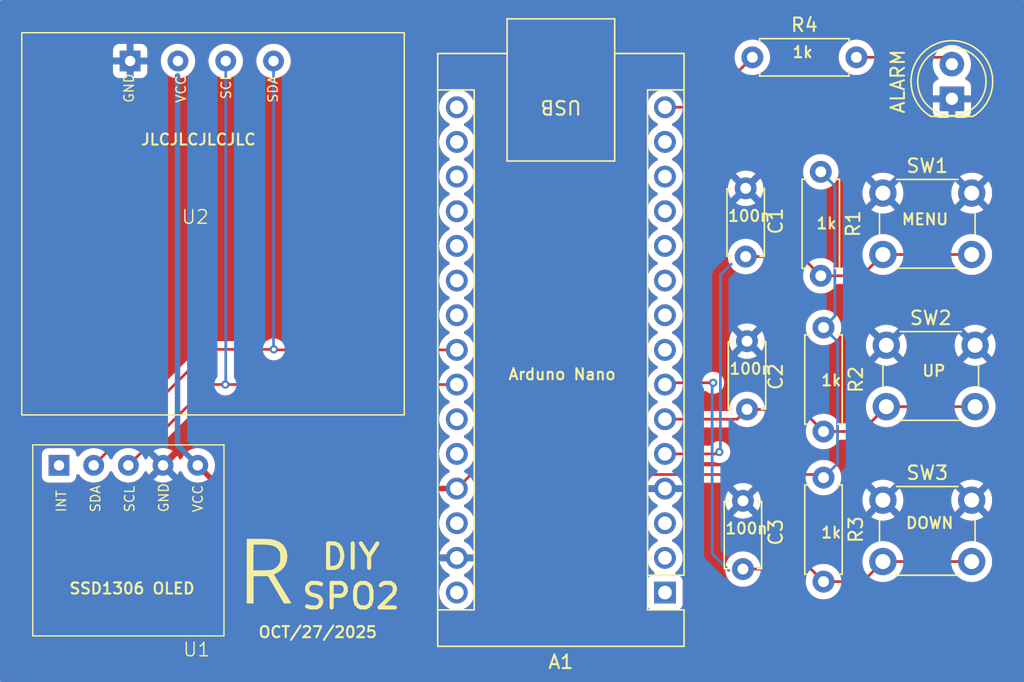
<source format=kicad_pcb>
(kicad_pcb (version 20240108) (generator "pcbnew") (generator_version "8.0")
  (layers (0 "F.Cu" signal "Front") (1 "In1.Cu" signal) (2 "In2.Cu" signal) (31 "B.Cu" signal "Back") (34 "B.Paste" user) (35 "F.Paste" user) (36 "B.SilkS" user "B.Silkscreen") (37 "F.SilkS" user "F.Silkscreen") (38 "B.Mask" user) (39 "F.Mask" user) (44 "Edge.Cuts" user))
  (net 0 "")
  (net 1 "Net-(A1-A4)")
  (net 4 "Net-(A1-D3)")
  (net 8 "+5V")
  (net 12 "Net-(A1-D4)")
  (net 14 "Net-(A1-A5)")
  (net 18 "GND")
  (net 24 "Net-(A1-D2)")
  (net 26 "Net-(A1-D12)")
  (net 30 "Net-(D1-A)")
  (footprint "Button_Switch_THT:SW_PUSH_6mm" (layer "F.Cu") (at 190.9 71.3)
    (property "Reference" "SW2" (at 3.25 -2 0) (layer "F.SilkS"))
    (property "Value" "SW_Push")
    (fp_line (start -0.25 1.5) (end -0.25 3) (stroke (width 0.12)) (layer "F.SilkS"))
    (fp_line (start 1 5.5) (end 5.5 5.5) (stroke (width 0.12)) (layer "F.SilkS"))
    (fp_line (start 5.5 -1) (end 1 -1) (stroke (width 0.12)) (layer "F.SilkS"))
    (fp_line (start 6.75 3) (end 6.75 1.5) (stroke (width 0.12)) (layer "F.SilkS"))
    (pad "1" thru_hole circle (at 0 0 90) (size 2 2) (drill 1.1) (layers "*.Cu" "*.Mask") (net 18 "GND"))
    (pad "1" thru_hole circle (at 6.5 0 90) (size 2 2) (drill 1.1) (layers "*.Cu" "*.Mask") (net 18 "GND"))
    (pad "2" thru_hole circle (at 0 4.5 90) (size 2 2) (drill 1.1) (layers "*.Cu" "*.Mask") (net 4 "Net-(A1-D3)"))
    (pad "2" thru_hole circle (at 6.5 4.5 90) (size 2 2) (drill 1.1) (layers "*.Cu" "*.Mask") (net 4 "Net-(A1-D3)"))
  )
  (footprint "Resistor_THT:R_Axial_DIN0207_L6.3mm_D2.5mm_P7.62mm_Horizontal" (layer "F.Cu") (at 181.09 50.2)
    (property "Reference" "R4" (at 3.81 -2.37 0) (layer "F.SilkS"))
    (property "Value" "1k")
    (fp_line (start 0.54 -1.37) (end 7.08 -1.37) (stroke (width 0.12)) (layer "F.SilkS"))
    (fp_line (start 0.54 -1.04) (end 0.54 -1.37) (stroke (width 0.12)) (layer "F.SilkS"))
    (fp_line (start 0.54 1.04) (end 0.54 1.37) (stroke (width 0.12)) (layer "F.SilkS"))
    (fp_line (start 0.54 1.37) (end 7.08 1.37) (stroke (width 0.12)) (layer "F.SilkS"))
    (fp_line (start 7.08 -1.37) (end 7.08 -1.04) (stroke (width 0.12)) (layer "F.SilkS"))
    (fp_line (start 7.08 1.37) (end 7.08 1.04) (stroke (width 0.12)) (layer "F.SilkS"))
    (pad "1" thru_hole circle (at 0 0) (size 1.6 1.6) (drill 0.8) (layers "*.Cu" "*.Mask") (net 26 "Net-(A1-D12)"))
    (pad "2" thru_hole oval (at 7.62 0) (size 1.6 1.6) (drill 0.8) (layers "*.Cu" "*.Mask") (net 30 "Net-(D1-A)"))
  )
  (footprint "Button_Switch_THT:SW_PUSH_6mm" (layer "F.Cu") (at 190.65 82.65)
    (property "Reference" "SW3" (at 3.25 -2 0) (layer "F.SilkS"))
    (property "Value" "SW_Push")
    (fp_line (start -0.25 1.5) (end -0.25 3) (stroke (width 0.12)) (layer "F.SilkS"))
    (fp_line (start 1 5.5) (end 5.5 5.5) (stroke (width 0.12)) (layer "F.SilkS"))
    (fp_line (start 5.5 -1) (end 1 -1) (stroke (width 0.12)) (layer "F.SilkS"))
    (fp_line (start 6.75 3) (end 6.75 1.5) (stroke (width 0.12)) (layer "F.SilkS"))
    (pad "1" thru_hole circle (at 0 0 90) (size 2 2) (drill 1.1) (layers "*.Cu" "*.Mask") (net 18 "GND"))
    (pad "1" thru_hole circle (at 6.5 0 90) (size 2 2) (drill 1.1) (layers "*.Cu" "*.Mask") (net 18 "GND"))
    (pad "2" thru_hole circle (at 0 4.5 90) (size 2 2) (drill 1.1) (layers "*.Cu" "*.Mask") (net 24 "Net-(A1-D2)"))
    (pad "2" thru_hole circle (at 6.5 4.5 90) (size 2 2) (drill 1.1) (layers "*.Cu" "*.Mask") (net 24 "Net-(A1-D2)"))
  )
  (footprint "Capacitor_THT:C_Disc_D4.7mm_W2.5mm_P5.00mm" (layer "F.Cu") (at 180.7 76 90)
    (property "Reference" "C2" (at 2.4 2.1 90) (layer "F.SilkS"))
    (property "Value" "100n")
    (fp_line (start 4.97 -1.37) (end 4.97 -1.055) (stroke (width 0.12)) (layer "F.SilkS"))
    (fp_line (start 0.03 -1.37) (end 4.97 -1.37) (stroke (width 0.12)) (layer "F.SilkS"))
    (fp_line (start 0.03 -1.37) (end 0.03 -1.055) (stroke (width 0.12)) (layer "F.SilkS"))
    (fp_line (start 4.97 1.055) (end 4.97 1.37) (stroke (width 0.12)) (layer "F.SilkS"))
    (fp_line (start 0.03 1.055) (end 0.03 1.37) (stroke (width 0.12)) (layer "F.SilkS"))
    (fp_line (start 0.03 1.37) (end 4.97 1.37) (stroke (width 0.12)) (layer "F.SilkS"))
    (pad "1" thru_hole circle (at 0 0 90) (size 1.6 1.6) (drill 0.8) (layers "*.Cu" "*.Mask") (net 4 "Net-(A1-D3)"))
    (pad "2" thru_hole circle (at 5 0 90) (size 1.6 1.6) (drill 0.8) (layers "*.Cu" "*.Mask") (net 18 "GND"))
  )
  (footprint "LOGO" (layer "F.Cu") (at 145.492254 87.654068)
    (property "Reference" "G***" (hide yes))
    (property "Value" "LOGO" (hide yes))
    (fp_poly (pts (xy -0.632328 -2.172803) (xy -0.38593 -2.171065) (xy -0.149237 -2.166362) (xy 0.063458 -2.159209) (xy 0.237864 -2.15012) (xy 0.35969 -2.139611) (xy 0.384263 -2.136191) (xy 0.714604 -2.054951) (xy 0.991676 -1.927787) (xy 1.214329 -1.755929) (xy 1.381414 -1.540607) (xy 1.491779 -1.283052) (xy 1.544275 -0.984494) (xy 1.548506 -0.890603) (xy 1.521881 -0.579038) (xy 1.431634 -0.297995) (xy 1.280107 -0.051061) (xy 1.069637 0.158178) (xy 0.802566 0.326133) (xy 0.733828 0.358348) (xy 0.640256 0.402503) (xy 0.580944 0.435804) (xy 0.569986 0.446148) (xy 0.587906 0.47907) (xy 0.638799 0.565577) (xy 0.718364 0.698533) (xy 0.822299 0.870804) (xy 0.946303 1.075252) (xy 1.086074 1.304744) (xy 1.197121 1.486486) (xy 1.346497 1.730638) (xy 1.484093 1.95555) (xy 1.605474 2.15397) (xy 1.706205 2.318649) (xy 1.781852 2.442336) (xy 1.827979 2.517781) (xy 1.840458 2.538219) (xy 1.815622 2.550662) (xy 1.735282 2.560016) (xy 1.615165 2.564686) (xy 1.57707 2.564937) (xy 1.297481 2.564937) (xy 1.189129 2.37791) (xy 1.141396 2.295847) (xy 1.063886 2.162983) (xy 0.962838 1.989991) (xy 0.844487 1.787546) (xy 0.715071 1.566322) (xy 0.606265 1.380435) (xy 0.131753 0.569986) (xy -0.397237 0.569986) (xy -0.926227 0.569986) (xy -0.926227 1.567461) (xy -0.926227 2.564937) (xy -1.175596 2.564937) (xy -1.424965 2.564937) (xy -1.424965 0.195932) (xy -1.424965 -0.340305) (xy -0.936603 -0.340305) (xy -0.935795 -0.148013) (xy -0.933679 0.001026) (xy -0.930333 0.097233) (xy -0.926227 0.130857) (xy -0.886579 0.135926) (xy -0.787362 0.139024) (xy -0.640234 0.140059) (xy -0.456848 0.138943) (xy -0.267181 0.135958) (xy -0.029539 0.130268) (xy 0.149271 0.123171) (xy 0.281665 0.113327) (xy 0.380058 0.099396) (xy 0.456865 0.080039) (xy 0.524504 0.053914) (xy 0.534362 0.049451) (xy 0.694835 -0.051179) (xy 0.840863 -0.190612) (xy 0.952438 -0.347136) (xy 0.999276 -0.455078) (xy 1.01781 -0.559281) (xy 1.028333 -0.707189) (xy 1.029078 -0.87153) (xy 1.028088 -0.899556) (xy 1.01886 -1.056689) (xy 1.002969 -1.165544) (xy 0.974361 -1.24909) (xy 0.926982 -1.330295) (xy 0.906833 -1.359585) (xy 0.806083 -1.479021) (xy 0.684947 -1.572835) (xy 0.534731 -1.643524) (xy 0.346743 -1.693589) (xy 0.11229 -1.725526) (xy -0.17732 -1.741835) (xy -0.435242 -1.745313) (xy -0.923919 -1.745582) (xy -0.933979 -0.816336) (xy -0.936024 -0.566273) (xy -0.936603 -0.340305) (xy -1.424965 -0.340305) (xy -1.424965 -2.173072)) (fill solid) (layer "F.SilkS"))
  )
  (footprint "Resistor_THT:R_Axial_DIN0207_L6.3mm_D2.5mm_P7.62mm_Horizontal" (layer "F.Cu") (at 186.1 58.59 -90)
    (property "Reference" "R1" (at 3.81 -2.37 90) (layer "F.SilkS"))
    (property "Value" "1k")
    (fp_line (start 0.54 1.37) (end 7.08 1.37) (stroke (width 0.12)) (layer "F.SilkS"))
    (fp_line (start 7.08 1.37) (end 7.08 1.04) (stroke (width 0.12)) (layer "F.SilkS"))
    (fp_line (start 0.54 1.04) (end 0.54 1.37) (stroke (width 0.12)) (layer "F.SilkS"))
    (fp_line (start 0.54 -1.04) (end 0.54 -1.37) (stroke (width 0.12)) (layer "F.SilkS"))
    (fp_line (start 0.54 -1.37) (end 7.08 -1.37) (stroke (width 0.12)) (layer "F.SilkS"))
    (fp_line (start 7.08 -1.37) (end 7.08 -1.04) (stroke (width 0.12)) (layer "F.SilkS"))
    (pad "1" thru_hole circle (at 0 0 270) (size 1.6 1.6) (drill 0.8) (layers "*.Cu" "*.Mask") (net 8 "+5V"))
    (pad "2" thru_hole oval (at 7.62 0 270) (size 1.6 1.6) (drill 0.8) (layers "*.Cu" "*.Mask") (net 12 "Net-(A1-D4)"))
  )
  (footprint "spo2_stuff:SSD1306" (layer "F.Cu") (at 140.3 61.9)
    (property "Reference" "U2" (at 0 0 0) (layer "F.SilkS") (effects (font (thickness 0.1))))
    (property "Value" "SSD1306")
    (fp_line (start -12.7 -13.5) (end 15.3 -13.5) (stroke (width 0.1)) (layer "F.SilkS"))
    (fp_line (start -12.7 14.5) (end -12.7 -13.5) (stroke (width 0.1)) (layer "F.SilkS"))
    (fp_line (start 15.3 -13.5) (end 15.3 14.5) (stroke (width 0.1)) (layer "F.SilkS"))
    (fp_line (start 15.3 14.5) (end -12.7 14.5) (stroke (width 0.1)) (layer "F.SilkS"))
    (fp_rect (start -12.7 -13.5) (end 15.3 14.5) (stroke (width 0.1)) (fill none) (layer "F.SilkS"))
    (fp_text user "VCC" (at -0.635 -8.308 90) (layer "F.SilkS") (effects (font (size 0.7 0.7) (thickness 0.1)) (justify left bottom)))
    (fp_text user "SDA" (at 6.096 -8.308 90) (layer "F.SilkS") (effects (font (size 0.7 0.7) (thickness 0.1)) (justify left bottom)))
    (fp_text user "GND" (at -4.445 -8.308 90) (layer "F.SilkS") (effects (font (size 0.7 0.7) (thickness 0.1)) (justify left bottom)))
    (fp_text user "SCL" (at 2.667 -8.562 90) (layer "F.SilkS") (effects (font (size 0.7 0.7) (thickness 0.1)) (justify left bottom)))
    (pad "1" thru_hole rect (at -4.77 -11.43) (size 1.524 1.524) (drill 0.762) (layers "*.Cu" "*.Mask") (net 18 "GND"))
    (pad "2" thru_hole circle (at -1.27 -11.43) (size 1.524 1.524) (drill 0.762) (layers "*.Cu" "*.Mask"))
    (pad "3" thru_hole circle (at 2.23 -11.43) (size 1.524 1.524) (drill 0.762) (layers "*.Cu" "*.Mask") (net 14 "Net-(A1-A5)"))
    (pad "4" thru_hole circle (at 5.73 -11.43) (size 1.524 1.524) (drill 0.762) (layers "*.Cu" "*.Mask") (net 1 "Net-(A1-A4)"))
  )
  (footprint "Button_Switch_THT:SW_PUSH_6mm" (layer "F.Cu") (at 190.65 60.15)
    (property "Reference" "SW1" (at 3.25 -2 0) (layer "F.SilkS"))
    (property "Value" "SW_Push")
    (fp_line (start -0.25 1.5) (end -0.25 3) (stroke (width 0.12)) (layer "F.SilkS"))
    (fp_line (start 1 5.5) (end 5.5 5.5) (stroke (width 0.12)) (layer "F.SilkS"))
    (fp_line (start 5.5 -1) (end 1 -1) (stroke (width 0.12)) (layer "F.SilkS"))
    (fp_line (start 6.75 3) (end 6.75 1.5) (stroke (width 0.12)) (layer "F.SilkS"))
    (pad "1" thru_hole circle (at 0 0 90) (size 2 2) (drill 1.1) (layers "*.Cu" "*.Mask") (net 18 "GND"))
    (pad "1" thru_hole circle (at 6.5 0 90) (size 2 2) (drill 1.1) (layers "*.Cu" "*.Mask") (net 18 "GND"))
    (pad "2" thru_hole circle (at 0 4.5 90) (size 2 2) (drill 1.1) (layers "*.Cu" "*.Mask") (net 12 "Net-(A1-D4)"))
    (pad "2" thru_hole circle (at 6.5 4.5 90) (size 2 2) (drill 1.1) (layers "*.Cu" "*.Mask") (net 12 "Net-(A1-D4)"))
  )
  (footprint "LED_THT:LED_D5.0mm" (layer "F.Cu") (at 195.7 53.24 90)
    (property "Reference" "ALARM" (at 1.27 -3.96 90) (layer "F.SilkS"))
    (property "Value" "LED" (hide yes))
    (fp_line (start -1.29 -1.545) (end -1.29 1.545) (stroke (width 0.12)) (layer "F.SilkS"))
    (fp_arc (start -1.29 -1.54483) (mid 2.072002 -2.880433) (end 4.26 0.000462) (stroke (width 0.12)) (layer "F.SilkS"))
    (fp_arc (start 4.26 -0.000462) (mid 2.072002 2.880433) (end -1.29 1.54483) (stroke (width 0.12)) (layer "F.SilkS"))
    (fp_circle (center 1.27 0) (end 3.77 0) (stroke (width 0.12)) (fill none) (layer "F.SilkS"))
    (pad "1" thru_hole rect (at 0 0 90) (size 1.8 1.8) (drill 0.9) (layers "*.Cu" "*.Mask") (net 18 "GND"))
    (pad "2" thru_hole circle (at 2.54 0 90) (size 1.8 1.8) (drill 0.9) (layers "*.Cu" "*.Mask") (net 30 "Net-(D1-A)"))
  )
  (footprint "Resistor_THT:R_Axial_DIN0207_L6.3mm_D2.5mm_P7.62mm_Horizontal" (layer "F.Cu") (at 186.3 70 -90)
    (property "Reference" "R2" (at 3.81 -2.37 90) (layer "F.SilkS"))
    (property "Value" "1k")
    (fp_line (start 0.54 1.37) (end 7.08 1.37) (stroke (width 0.12)) (layer "F.SilkS"))
    (fp_line (start 7.08 1.37) (end 7.08 1.04) (stroke (width 0.12)) (layer "F.SilkS"))
    (fp_line (start 0.54 1.04) (end 0.54 1.37) (stroke (width 0.12)) (layer "F.SilkS"))
    (fp_line (start 0.54 -1.04) (end 0.54 -1.37) (stroke (width 0.12)) (layer "F.SilkS"))
    (fp_line (start 0.54 -1.37) (end 7.08 -1.37) (stroke (width 0.12)) (layer "F.SilkS"))
    (fp_line (start 7.08 -1.37) (end 7.08 -1.04) (stroke (width 0.12)) (layer "F.SilkS"))
    (pad "1" thru_hole circle (at 0 0 270) (size 1.6 1.6) (drill 0.8) (layers "*.Cu" "*.Mask") (net 8 "+5V"))
    (pad "2" thru_hole oval (at 7.62 0 270) (size 1.6 1.6) (drill 0.8) (layers "*.Cu" "*.Mask") (net 4 "Net-(A1-D3)"))
  )
  (footprint "spo2_stuff:MAX30102_MODULE" (layer "F.Cu") (at 135.4 84.6)
    (property "Reference" "U1" (at 5 9 0) (layer "F.SilkS") (effects (font (thickness 0.1))))
    (property "Value" "MAX30102")
    (fp_line (start -7 -6) (end 7 -6) (stroke (width 0.1)) (layer "F.SilkS"))
    (fp_line (start -7 8) (end -7 -6) (stroke (width 0.1)) (layer "F.SilkS"))
    (fp_line (start 7 -6) (end 7 8) (stroke (width 0.1)) (layer "F.SilkS"))
    (fp_line (start 7 8) (end -7 8) (stroke (width 0.1)) (layer "F.SilkS"))
    (fp_text user "VCC" (at 5.5 -1 90) (layer "F.SilkS") (effects (font (size 0.7 0.7) (thickness 0.1)) (justify left bottom)))
    (fp_text user "SCL" (at 0.5 -1 90) (layer "F.SilkS") (effects (font (size 0.7 0.7) (thickness 0.1)) (justify left bottom)))
    (fp_text user "INT" (at -4.5 -1 90) (layer "F.SilkS") (effects (font (size 0.7 0.7) (thickness 0.1)) (justify left bottom)))
    (fp_text user "SDA" (at -2 -1 90) (layer "F.SilkS") (effects (font (size 0.7 0.7) (thickness 0.1)) (justify left bottom)))
    (fp_text user "GND" (at 3 -1 90) (layer "F.SilkS") (effects (font (size 0.7 0.7) (thickness 0.1)) (justify left bottom)))
    (pad "1" thru_hole rect (at -5.08 -4.5) (size 1.524 1.524) (drill 0.762) (layers "*.Cu" "*.Mask"))
    (pad "2" thru_hole circle (at -2.54 -4.5) (size 1.524 1.524) (drill 0.762) (layers "*.Cu" "*.Mask") (net 1 "Net-(A1-A4)"))
    (pad "3" thru_hole circle (at 0 -4.5) (size 1.524 1.524) (drill 0.762) (layers "*.Cu" "*.Mask") (net 14 "Net-(A1-A5)"))
    (pad "4" thru_hole circle (at 2.54 -4.5) (size 1.524 1.524) (drill 0.762) (layers "*.Cu" "*.Mask") (net 18 "GND"))
    (pad "5" thru_hole circle (at 5.08 -4.5) (size 1.524 1.524) (drill 0.762) (layers "*.Cu" "*.Mask") (net 8 "+5V"))
  )
  (footprint "Module:Arduino_Nano" (layer "F.Cu") (at 174.69 89.42 180)
    (property "Reference" "A1" (at 7.62 -5.08 0) (layer "F.SilkS"))
    (property "Value" "Arduino_Nano_v3.x")
    (fp_line (start 16.64 39.5) (end 16.64 -3.94) (stroke (width 0.12)) (layer "F.SilkS"))
    (fp_line (start 16.64 39.5) (end 11.56 39.5) (stroke (width 0.12)) (layer "F.SilkS"))
    (fp_line (start 16.64 -3.94) (end -1.4 -3.94) (stroke (width 0.12)) (layer "F.SilkS"))
    (fp_line (start 13.97 36.83) (end 16.64 36.83) (stroke (width 0.12)) (layer "F.SilkS"))
    (fp_line (start 13.97 -1.27) (end 16.64 -1.27) (stroke (width 0.12)) (layer "F.SilkS"))
    (fp_line (start 13.97 -1.27) (end 13.97 36.83) (stroke (width 0.12)) (layer "F.SilkS"))
    (fp_line (start 11.56 42.04) (end 3.68 42.04) (stroke (width 0.12)) (layer "F.SilkS"))
    (fp_line (start 11.56 31.62) (end 11.56 42.04) (stroke (width 0.12)) (layer "F.SilkS"))
    (fp_line (start 3.68 42.04) (end 3.68 31.62) (stroke (width 0.12)) (layer "F.SilkS"))
    (fp_line (start 3.68 31.62) (end 11.56 31.62) (stroke (width 0.12)) (layer "F.SilkS"))
    (fp_line (start 1.27 36.83) (end -1.4 36.83) (stroke (width 0.12)) (layer "F.SilkS"))
    (fp_line (start 1.27 1.27) (end 1.27 36.83) (stroke (width 0.12)) (layer "F.SilkS"))
    (fp_line (start 1.27 1.27) (end 1.27 -1.27) (stroke (width 0.12)) (layer "F.SilkS"))
    (fp_line (start 1.27 1.27) (end -1.4 1.27) (stroke (width 0.12)) (layer "F.SilkS"))
    (fp_line (start 1.27 -1.27) (end -1.4 -1.27) (stroke (width 0.12)) (layer "F.SilkS"))
    (fp_line (start -1.4 39.5) (end 3.68 39.5) (stroke (width 0.12)) (layer "F.SilkS"))
    (fp_line (start -1.4 1.27) (end -1.4 39.5) (stroke (width 0.12)) (layer "F.SilkS"))
    (fp_line (start -1.4 -3.94) (end -1.4 -1.27) (stroke (width 0.12)) (layer "F.SilkS"))
    (fp_text user "USB" (at 7.62 35.56 180) (layer "F.SilkS"))
    (pad "1" thru_hole rect (at 0 0 180) (size 1.6 1.6) (drill 1) (layers "*.Cu" "*.Mask"))
    (pad "2" thru_hole oval (at 0 2.54 180) (size 1.6 1.6) (drill 1) (layers "*.Cu" "*.Mask"))
    (pad "3" thru_hole oval (at 0 5.08 180) (size 1.6 1.6) (drill 1) (layers "*.Cu" "*.Mask"))
    (pad "4" thru_hole oval (at 0 7.62 180) (size 1.6 1.6) (drill 1) (layers "*.Cu" "*.Mask") (net 18 "GND"))
    (pad "5" thru_hole oval (at 0 10.16 180) (size 1.6 1.6) (drill 1) (layers "*.Cu" "*.Mask") (net 24 "Net-(A1-D2)"))
    (pad "6" thru_hole oval (at 0 12.7 180) (size 1.6 1.6) (drill 1) (layers "*.Cu" "*.Mask") (net 4 "Net-(A1-D3)"))
    (pad "7" thru_hole oval (at 0 15.24 180) (size 1.6 1.6) (drill 1) (layers "*.Cu" "*.Mask") (net 12 "Net-(A1-D4)"))
    (pad "8" thru_hole oval (at 0 17.78 180) (size 1.6 1.6) (drill 1) (layers "*.Cu" "*.Mask"))
    (pad "9" thru_hole oval (at 0 20.32 180) (size 1.6 1.6) (drill 1) (layers "*.Cu" "*.Mask"))
    (pad "10" thru_hole oval (at 0 22.86 180) (size 1.6 1.6) (drill 1) (layers "*.Cu" "*.Mask"))
    (pad "11" thru_hole oval (at 0 25.4 180) (size 1.6 1.6) (drill 1) (layers "*.Cu" "*.Mask"))
    (pad "12" thru_hole oval (at 0 27.94 180) (size 1.6 1.6) (drill 1) (layers "*.Cu" "*.Mask"))
    (pad "13" thru_hole oval (at 0 30.48 180) (size 1.6 1.6) (drill 1) (layers "*.Cu" "*.Mask"))
    (pad "14" thru_hole oval (at 0 33.02 180) (size 1.6 1.6) (drill 1) (layers "*.Cu" "*.Mask"))
    (pad "15" thru_hole oval (at 0 35.56 180) (size 1.6 1.6) (drill 1) (layers "*.Cu" "*.Mask") (net 26 "Net-(A1-D12)"))
    (pad "16" thru_hole oval (at 15.24 35.56 180) (size 1.6 1.6) (drill 1) (layers "*.Cu" "*.Mask"))
    (pad "17" thru_hole oval (at 15.24 33.02 180) (size 1.6 1.6) (drill 1) (layers "*.Cu" "*.Mask"))
    (pad "18" thru_hole oval (at 15.24 30.48 180) (size 1.6 1.6) (drill 1) (layers "*.Cu" "*.Mask"))
    (pad "19" thru_hole oval (at 15.24 27.94 180) (size 1.6 1.6) (drill 1) (layers "*.Cu" "*.Mask"))
    (pad "20" thru_hole oval (at 15.24 25.4 180) (size 1.6 1.6) (drill 1) (layers "*.Cu" "*.Mask"))
    (pad "21" thru_hole oval (at 15.24 22.86 180) (size 1.6 1.6) (drill 1) (layers "*.Cu" "*.Mask"))
    (pad "22" thru_hole oval (at 15.24 20.32 180) (size 1.6 1.6) (drill 1) (layers "*.Cu" "*.Mask"))
    (pad "23" thru_hole oval (at 15.24 17.78 180) (size 1.6 1.6) (drill 1) (layers "*.Cu" "*.Mask") (net 1 "Net-(A1-A4)"))
    (pad "24" thru_hole oval (at 15.24 15.24 180) (size 1.6 1.6) (drill 1) (layers "*.Cu" "*.Mask") (net 14 "Net-(A1-A5)"))
    (pad "25" thru_hole oval (at 15.24 12.7 180) (size 1.6 1.6) (drill 1) (layers "*.Cu" "*.Mask"))
    (pad "26" thru_hole oval (at 15.24 10.16 180) (size 1.6 1.6) (drill 1) (layers "*.Cu" "*.Mask"))
    (pad "27" thru_hole oval (at 15.24 7.62 180) (size 1.6 1.6) (drill 1) (layers "*.Cu" "*.Mask") (net 8 "+5V"))
    (pad "28" thru_hole oval (at 15.24 5.08 180) (size 1.6 1.6) (drill 1) (layers "*.Cu" "*.Mask"))
    (pad "29" thru_hole oval (at 15.24 2.54 180) (size 1.6 1.6) (drill 1) (layers "*.Cu" "*.Mask") (net 18 "GND"))
    (pad "30" thru_hole oval (at 15.24 0 180) (size 1.6 1.6) (drill 1) (layers "*.Cu" "*.Mask"))
  )
  (footprint "Capacitor_THT:C_Disc_D4.7mm_W2.5mm_P5.00mm" (layer "F.Cu") (at 180.6 64.8 90)
    (property "Reference" "C1" (at 2.6 2.2 90) (layer "F.SilkS"))
    (property "Value" "100n")
    (fp_line (start 4.97 -1.37) (end 4.97 -1.055) (stroke (width 0.12)) (layer "F.SilkS"))
    (fp_line (start 0.03 -1.37) (end 4.97 -1.37) (stroke (width 0.12)) (layer "F.SilkS"))
    (fp_line (start 0.03 -1.37) (end 0.03 -1.055) (stroke (width 0.12)) (layer "F.SilkS"))
    (fp_line (start 4.97 1.055) (end 4.97 1.37) (stroke (width 0.12)) (layer "F.SilkS"))
    (fp_line (start 0.03 1.055) (end 0.03 1.37) (stroke (width 0.12)) (layer "F.SilkS"))
    (fp_line (start 0.03 1.37) (end 4.97 1.37) (stroke (width 0.12)) (layer "F.SilkS"))
    (pad "1" thru_hole circle (at 0 0 90) (size 1.6 1.6) (drill 0.8) (layers "*.Cu" "*.Mask") (net 12 "Net-(A1-D4)"))
    (pad "2" thru_hole circle (at 5 0 90) (size 1.6 1.6) (drill 0.8) (layers "*.Cu" "*.Mask") (net 18 "GND"))
  )
  (footprint "Capacitor_THT:C_Disc_D4.7mm_W2.5mm_P5.00mm" (layer "F.Cu") (at 180.4 87.7 90)
    (property "Reference" "C3" (at 2.7 2.4 90) (layer "F.SilkS"))
    (property "Value" "100n")
    (fp_line (start 4.97 -1.37) (end 4.97 -1.055) (stroke (width 0.12)) (layer "F.SilkS"))
    (fp_line (start 0.03 -1.37) (end 4.97 -1.37) (stroke (width 0.12)) (layer "F.SilkS"))
    (fp_line (start 0.03 -1.37) (end 0.03 -1.055) (stroke (width 0.12)) (layer "F.SilkS"))
    (fp_line (start 4.97 1.055) (end 4.97 1.37) (stroke (width 0.12)) (layer "F.SilkS"))
    (fp_line (start 0.03 1.055) (end 0.03 1.37) (stroke (width 0.12)) (layer "F.SilkS"))
    (fp_line (start 0.03 1.37) (end 4.97 1.37) (stroke (width 0.12)) (layer "F.SilkS"))
    (pad "1" thru_hole circle (at 0 0 90) (size 1.6 1.6) (drill 0.8) (layers "*.Cu" "*.Mask") (net 24 "Net-(A1-D2)"))
    (pad "2" thru_hole circle (at 5 0 90) (size 1.6 1.6) (drill 0.8) (layers "*.Cu" "*.Mask") (net 18 "GND"))
  )
  (footprint "Resistor_THT:R_Axial_DIN0207_L6.3mm_D2.5mm_P7.62mm_Horizontal" (layer "F.Cu") (at 186.3 81 -90)
    (property "Reference" "R3" (at 3.81 -2.37 90) (layer "F.SilkS"))
    (property "Value" "1k")
    (fp_line (start 0.54 1.37) (end 7.08 1.37) (stroke (width 0.12)) (layer "F.SilkS"))
    (fp_line (start 7.08 1.37) (end 7.08 1.04) (stroke (width 0.12)) (layer "F.SilkS"))
    (fp_line (start 0.54 1.04) (end 0.54 1.37) (stroke (width 0.12)) (layer "F.SilkS"))
    (fp_line (start 0.54 -1.04) (end 0.54 -1.37) (stroke (width 0.12)) (layer "F.SilkS"))
    (fp_line (start 0.54 -1.37) (end 7.08 -1.37) (stroke (width 0.12)) (layer "F.SilkS"))
    (fp_line (start 7.08 -1.37) (end 7.08 -1.04) (stroke (width 0.12)) (layer "F.SilkS"))
    (pad "1" thru_hole circle (at 0 0 270) (size 1.6 1.6) (drill 0.8) (layers "*.Cu" "*.Mask") (net 8 "+5V"))
    (pad "2" thru_hole oval (at 7.62 0 270) (size 1.6 1.6) (drill 0.8) (layers "*.Cu" "*.Mask") (net 24 "Net-(A1-D2)"))
  )
  (gr_text "DIY\nSPO2" (at 151.7 90.75 0) (layer "F.SilkS") (effects (font (size 1.8 1.8) (thickness 0.3) (bold yes)) (justify bottom)))
  (gr_text "MENU" (at 191.95 62.55 0) (layer "F.SilkS") (effects (font (size 0.8128 0.8128) (thickness 0.1524) (bold yes)) (justify left bottom)))
  (gr_text "Arduno Nano" (at 163.15 73.9 0) (layer "F.SilkS") (effects (font (size 0.8128 0.8128) (thickness 0.1524) (bold yes)) (justify left bottom)))
  (gr_text "100n" (at 179.23 62.3 0) (layer "F.SilkS") (effects (font (size 0.8128 0.8128) (thickness 0.1524) (bold yes)) (justify left bottom)))
  (gr_text "OCT/27/2025" (at 144.85 92.8 0) (layer "F.SilkS") (effects (font (size 0.8128 0.8128) (thickness 0.1524) (bold yes)) (justify left bottom)))
  (gr_text "UP" (at 193.45 73.65 0) (layer "F.SilkS") (effects (font (size 0.8128 0.8128) (thickness 0.1524) (bold yes)) (justify left bottom)))
  (gr_text "JLCJLCJLCJLC" (at 136.25 56.7 0) (layer "F.SilkS") (effects (font (size 0.8128 0.8128) (thickness 0.1524) (bold yes)) (justify left bottom)))
  (gr_text "1k" (at 186.05 74.35 0) (layer "F.SilkS") (effects (font (size 0.8128 0.8128) (thickness 0.1524) (bold yes)) (justify left bottom)))
  (gr_text "100n" (at 179.03 85.2 0) (layer "F.SilkS") (effects (font (size 0.8128 0.8128) (thickness 0.1524) (bold yes)) (justify left bottom)))
  (gr_text "1k" (at 183.95 50.3 0) (layer "F.SilkS") (effects (font (size 0.8128 0.8128) (thickness 0.1524) (bold yes)) (justify left bottom)))
  (gr_text "1k" (at 186.05 85.5 0) (layer "F.SilkS") (effects (font (size 0.8128 0.8128) (thickness 0.1524) (bold yes)) (justify left bottom)))
  (gr_text "100n" (at 179.33 73.5 0) (layer "F.SilkS") (effects (font (size 0.8128 0.8128) (thickness 0.1524) (bold yes)) (justify left bottom)))
  (gr_text "DOWN" (at 192.25 84.8 0) (layer "F.SilkS") (effects (font (size 0.8128 0.8128) (thickness 0.1524) (bold yes)) (justify left bottom)))
  (gr_text "1k" (at 185.7 62.85 0) (layer "F.SilkS") (effects (font (size 0.8128 0.8128) (thickness 0.1524) (bold yes)) (justify left bottom)))
  (gr_text "SSD1306 OLED" (at 131 89.6 0) (layer "F.SilkS") (effects (font (size 0.8128 0.8128) (thickness 0.1524) (bold yes)) (justify left bottom)))
  (segment (start 159.46 71.64) (end 146.09 71.64) (width 0.2) (layer "F.Cu") (net 1))
  (segment (start 146.09 71.64) (end 146.05 71.6) (width 0.2) (layer "F.Cu") (net 1))
  (segment (start 146.05 71.6) (end 141.36 71.6) (width 0.2) (layer "F.Cu") (net 1))
  (segment (start 141.36 71.6) (end 132.86 80.1) (width 0.2) (layer "F.Cu") (net 1))
  (via (at 146.05 71.6) (size 0.6) (drill 0.3) (layers "F.Cu" "B.Cu") (net 1))
  (segment (start 146.05 71.6) (end 146.03 71.58) (width 0.2) (layer "B.Cu") (net 1))
  (segment (start 146.03 71.58) (end 146.03 50.47) (width 0.2) (layer "B.Cu") (net 1))
  (segment (start 190.9 75.8) (end 197.4 75.8) (width 0.2) (layer "F.Cu") (net 4))
  (segment (start 174.7 76.72) (end 179.98 76.72) (width 0.2) (layer "F.Cu") (net 4))
  (segment (start 189.08 77.62) (end 190.9 75.8) (width 0.2) (layer "F.Cu") (net 4))
  (segment (start 179.98 76.72) (end 180.7 76) (width 0.2) (layer "F.Cu") (net 4))
  (segment (start 186.3 77.62) (end 189.08 77.62) (width 0.2) (layer "F.Cu") (net 4))
  (segment (start 180.7 76) (end 184.68 76) (width 0.2) (layer "F.Cu") (net 4))
  (segment (start 184.68 76) (end 186.3 77.62) (width 0.2) (layer "F.Cu") (net 4))
  (segment (start 160.487 80.773) (end 159.46 81.8) (width 0.2) (layer "F.Cu") (net 8))
  (segment (start 186.073 80.773) (end 160.487 80.773) (width 0.2) (layer "F.Cu") (net 8))
  (segment (start 159.46 81.8) (end 142.18 81.8) (width 0.4) (layer "F.Cu") (net 8))
  (segment (start 186.3 81) (end 186.073 80.773) (width 0.2) (layer "F.Cu") (net 8))
  (segment (start 142.18 81.8) (end 140.48 80.1) (width 0.4) (layer "F.Cu") (net 8))
  (segment (start 140.48 80.1) (end 139 78.62) (width 0.4) (layer "B.Cu") (net 8))
  (segment (start 186.3 81) (end 187.327 79.973) (width 0.2) (layer "B.Cu") (net 8))
  (segment (start 187.327 79.973) (end 187.327 71.027) (width 0.2) (layer "B.Cu") (net 8))
  (segment (start 187.127 59.617) (end 186.1 58.59) (width 0.2) (layer "B.Cu") (net 8))
  (segment (start 186.3 70) (end 187.127 69.173) (width 0.2) (layer "B.Cu") (net 8))
  (segment (start 139 78.62) (end 139 51.559) (width 0.4) (layer "B.Cu") (net 8))
  (segment (start 187.327 71.027) (end 186.3 70) (width 0.2) (layer "B.Cu") (net 8))
  (segment (start 187.127 69.173) (end 187.127 59.617) (width 0.2) (layer "B.Cu") (net 8))
  (segment (start 186.1 66.21) (end 189.09 66.21) (width 0.2) (layer "F.Cu") (net 12))
  (segment (start 184.69 64.8) (end 186.1 66.21) (width 0.2) (layer "F.Cu") (net 12))
  (segment (start 174.83 74.05) (end 178.223 74.05) (width 0.2) (layer "F.Cu") (net 12))
  (segment (start 190.65 64.65) (end 197.15 64.65) (width 0.2) (layer "F.Cu") (net 12))
  (segment (start 180.6 64.8) (end 184.69 64.8) (width 0.2) (layer "F.Cu") (net 12))
  (segment (start 189.09 66.21) (end 190.65 64.65) (width 0.2) (layer "F.Cu") (net 12))
  (segment (start 174.7 74.18) (end 174.83 74.05) (width 0.2) (layer "F.Cu") (net 12))
  (via (at 178.223 74.05) (size 0.6) (drill 0.3) (layers "F.Cu" "B.Cu") (net 12))
  (segment (start 178.148 86.575) (end 179.373 87.8) (width 0.2) (layer "B.Cu") (net 12))
  (segment (start 178.223 74.05) (end 178.148 74.125) (width 0.2) (layer "B.Cu") (net 12))
  (segment (start 178.148 74.125) (end 178.148 86.575) (width 0.2) (layer "B.Cu") (net 12))
  (segment (start 159.46 74.18) (end 142.5 74.18) (width 0.2) (layer "F.Cu") (net 14))
  (segment (start 142.5 74.18) (end 141.32 74.18) (width 0.2) (layer "F.Cu") (net 14))
  (segment (start 141.32 74.18) (end 135.4 80.1) (width 0.2) (layer "F.Cu") (net 14))
  (via (at 142.5 74.18) (size 0.6) (drill 0.3) (layers "F.Cu" "B.Cu") (net 14))
  (segment (start 142.53 74.15) (end 142.53 50.47) (width 0.2) (layer "B.Cu") (net 14))
  (segment (start 142.5 74.18) (end 142.53 74.15) (width 0.2) (layer "B.Cu") (net 14))
  (segment (start 186.3 88.62) (end 189.18 88.62) (width 0.2) (layer "F.Cu") (net 24))
  (segment (start 189.18 88.62) (end 190.65 87.15) (width 0.2) (layer "F.Cu") (net 24))
  (segment (start 178.54 79.26) (end 174.7 79.26) (width 0.2) (layer "F.Cu") (net 24))
  (segment (start 180.4 87.7) (end 185.38 87.7) (width 0.2) (layer "F.Cu") (net 24))
  (segment (start 178.675 79.125) (end 178.54 79.26) (width 0.2) (layer "F.Cu") (net 24))
  (segment (start 185.38 87.7) (end 186.3 88.62) (width 0.2) (layer "F.Cu") (net 24))
  (segment (start 190.65 87.15) (end 197.15 87.15) (width 0.2) (layer "F.Cu") (net 24))
  (via (at 178.675 79.125) (size 0.6) (drill 0.3) (layers "F.Cu" "B.Cu") (net 24))
  (segment (start 178.75 66.15) (end 179.55 65.35) (width 0.2) (layer "B.Cu") (net 24))
  (segment (start 178.675 79.125) (end 178.75 79.05) (width 0.2) (layer "B.Cu") (net 24))
  (segment (start 178.75 79.05) (end 178.75 66.15) (width 0.2) (layer "B.Cu") (net 24))
  (segment (start 177.43 53.86) (end 181.09 50.2) (width 0.2) (layer "F.Cu") (net 26))
  (segment (start 174.7 53.86) (end 177.43 53.86) (width 0.2) (layer "F.Cu") (net 26))
  (segment (start 195.2 50.2) (end 195.7 50.7) (width 0.2) (layer "F.Cu") (net 30))
  (segment (start 188.71 50.2) (end 195.2 50.2) (width 0.2) (layer "F.Cu") (net 30))
  (zone (net 18) (net_name "GND") (layers "F&B.Cu") (connect_pads (clearance 0.5)) (min_thickness 0.25) (fill yes (thermal_gap 0.5) (thermal_bridge_width 0.5))
    (polygon (pts (xy 126 46) (xy 126 96) (xy 201 96) (xy 201 46)))
  )
)
</source>
